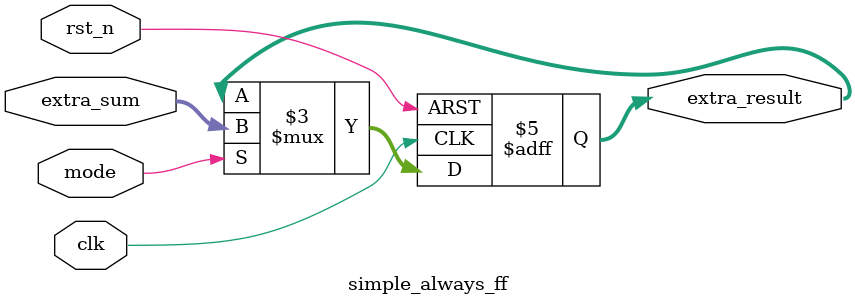
<source format=sv>
module simple_always_ff (
    input  logic clk,
    input  logic rst_n,
    input  logic mode,
    input  logic [7:0] extra_sum,
    output logic [7:0] extra_result
);

    always_ff @(posedge clk or negedge rst_n) begin
        if (!rst_n) begin
            extra_result <= '0;
        end else if (mode) begin
            extra_result <= extra_sum;
        end
    end

endmodule
</source>
